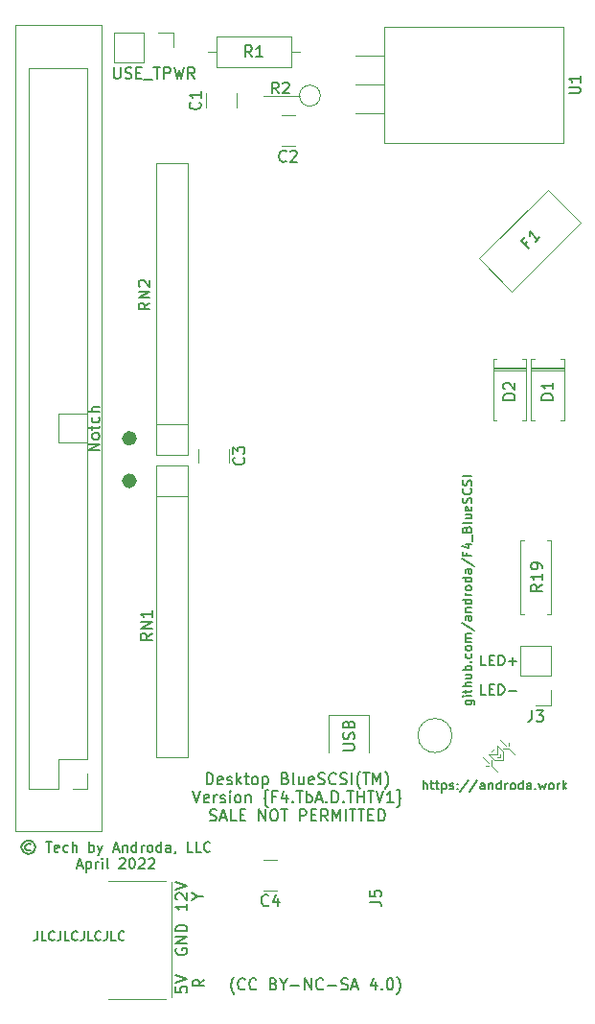
<source format=gbr>
%TF.GenerationSoftware,KiCad,Pcbnew,(6.0.2)*%
%TF.CreationDate,2022-04-05T14:05:54-06:00*%
%TF.ProjectId,F4_THTV1,46345f54-4854-4563-912e-6b696361645f,rev?*%
%TF.SameCoordinates,Original*%
%TF.FileFunction,Legend,Top*%
%TF.FilePolarity,Positive*%
%FSLAX46Y46*%
G04 Gerber Fmt 4.6, Leading zero omitted, Abs format (unit mm)*
G04 Created by KiCad (PCBNEW (6.0.2)) date 2022-04-05 14:05:54*
%MOMM*%
%LPD*%
G01*
G04 APERTURE LIST*
%ADD10C,0.650000*%
%ADD11C,0.150000*%
%ADD12C,0.120000*%
G04 APERTURE END LIST*
D10*
X115554760Y-101800660D02*
G75*
G03*
X115554760Y-101800660I-317500J0D01*
G01*
X115554760Y-105547160D02*
G75*
G03*
X115554760Y-105547160I-317500J0D01*
G01*
D11*
X146755785Y-124422642D02*
X146327214Y-124422642D01*
X146327214Y-123522642D01*
X147055785Y-123951214D02*
X147355785Y-123951214D01*
X147484357Y-124422642D02*
X147055785Y-124422642D01*
X147055785Y-123522642D01*
X147484357Y-123522642D01*
X147870071Y-124422642D02*
X147870071Y-123522642D01*
X148084357Y-123522642D01*
X148212928Y-123565500D01*
X148298642Y-123651214D01*
X148341500Y-123736928D01*
X148384357Y-123908357D01*
X148384357Y-124036928D01*
X148341500Y-124208357D01*
X148298642Y-124294071D01*
X148212928Y-124379785D01*
X148084357Y-124422642D01*
X147870071Y-124422642D01*
X148770071Y-124079785D02*
X149455785Y-124079785D01*
X124499523Y-150823333D02*
X124451904Y-150775714D01*
X124356666Y-150632857D01*
X124309047Y-150537619D01*
X124261428Y-150394761D01*
X124213809Y-150156666D01*
X124213809Y-149966190D01*
X124261428Y-149728095D01*
X124309047Y-149585238D01*
X124356666Y-149490000D01*
X124451904Y-149347142D01*
X124499523Y-149299523D01*
X125451904Y-150347142D02*
X125404285Y-150394761D01*
X125261428Y-150442380D01*
X125166190Y-150442380D01*
X125023333Y-150394761D01*
X124928095Y-150299523D01*
X124880476Y-150204285D01*
X124832857Y-150013809D01*
X124832857Y-149870952D01*
X124880476Y-149680476D01*
X124928095Y-149585238D01*
X125023333Y-149490000D01*
X125166190Y-149442380D01*
X125261428Y-149442380D01*
X125404285Y-149490000D01*
X125451904Y-149537619D01*
X126451904Y-150347142D02*
X126404285Y-150394761D01*
X126261428Y-150442380D01*
X126166190Y-150442380D01*
X126023333Y-150394761D01*
X125928095Y-150299523D01*
X125880476Y-150204285D01*
X125832857Y-150013809D01*
X125832857Y-149870952D01*
X125880476Y-149680476D01*
X125928095Y-149585238D01*
X126023333Y-149490000D01*
X126166190Y-149442380D01*
X126261428Y-149442380D01*
X126404285Y-149490000D01*
X126451904Y-149537619D01*
X127975714Y-149918571D02*
X128118571Y-149966190D01*
X128166190Y-150013809D01*
X128213809Y-150109047D01*
X128213809Y-150251904D01*
X128166190Y-150347142D01*
X128118571Y-150394761D01*
X128023333Y-150442380D01*
X127642380Y-150442380D01*
X127642380Y-149442380D01*
X127975714Y-149442380D01*
X128070952Y-149490000D01*
X128118571Y-149537619D01*
X128166190Y-149632857D01*
X128166190Y-149728095D01*
X128118571Y-149823333D01*
X128070952Y-149870952D01*
X127975714Y-149918571D01*
X127642380Y-149918571D01*
X128832857Y-149966190D02*
X128832857Y-150442380D01*
X128499523Y-149442380D02*
X128832857Y-149966190D01*
X129166190Y-149442380D01*
X129499523Y-150061428D02*
X130261428Y-150061428D01*
X130737619Y-150442380D02*
X130737619Y-149442380D01*
X131309047Y-150442380D01*
X131309047Y-149442380D01*
X132356666Y-150347142D02*
X132309047Y-150394761D01*
X132166190Y-150442380D01*
X132070952Y-150442380D01*
X131928095Y-150394761D01*
X131832857Y-150299523D01*
X131785238Y-150204285D01*
X131737619Y-150013809D01*
X131737619Y-149870952D01*
X131785238Y-149680476D01*
X131832857Y-149585238D01*
X131928095Y-149490000D01*
X132070952Y-149442380D01*
X132166190Y-149442380D01*
X132309047Y-149490000D01*
X132356666Y-149537619D01*
X132785238Y-150061428D02*
X133547142Y-150061428D01*
X133975714Y-150394761D02*
X134118571Y-150442380D01*
X134356666Y-150442380D01*
X134451904Y-150394761D01*
X134499523Y-150347142D01*
X134547142Y-150251904D01*
X134547142Y-150156666D01*
X134499523Y-150061428D01*
X134451904Y-150013809D01*
X134356666Y-149966190D01*
X134166190Y-149918571D01*
X134070952Y-149870952D01*
X134023333Y-149823333D01*
X133975714Y-149728095D01*
X133975714Y-149632857D01*
X134023333Y-149537619D01*
X134070952Y-149490000D01*
X134166190Y-149442380D01*
X134404285Y-149442380D01*
X134547142Y-149490000D01*
X134928095Y-150156666D02*
X135404285Y-150156666D01*
X134832857Y-150442380D02*
X135166190Y-149442380D01*
X135499523Y-150442380D01*
X137023333Y-149775714D02*
X137023333Y-150442380D01*
X136785238Y-149394761D02*
X136547142Y-150109047D01*
X137166190Y-150109047D01*
X137547142Y-150347142D02*
X137594761Y-150394761D01*
X137547142Y-150442380D01*
X137499523Y-150394761D01*
X137547142Y-150347142D01*
X137547142Y-150442380D01*
X138213809Y-149442380D02*
X138309047Y-149442380D01*
X138404285Y-149490000D01*
X138451904Y-149537619D01*
X138499523Y-149632857D01*
X138547142Y-149823333D01*
X138547142Y-150061428D01*
X138499523Y-150251904D01*
X138451904Y-150347142D01*
X138404285Y-150394761D01*
X138309047Y-150442380D01*
X138213809Y-150442380D01*
X138118571Y-150394761D01*
X138070952Y-150347142D01*
X138023333Y-150251904D01*
X137975714Y-150061428D01*
X137975714Y-149823333D01*
X138023333Y-149632857D01*
X138070952Y-149537619D01*
X138118571Y-149490000D01*
X138213809Y-149442380D01*
X138880476Y-150823333D02*
X138928095Y-150775714D01*
X139023333Y-150632857D01*
X139070952Y-150537619D01*
X139118571Y-150394761D01*
X139166190Y-150156666D01*
X139166190Y-149966190D01*
X139118571Y-149728095D01*
X139070952Y-149585238D01*
X139023333Y-149490000D01*
X138928095Y-149347142D01*
X138880476Y-149299523D01*
X122066190Y-132322380D02*
X122066190Y-131322380D01*
X122304285Y-131322380D01*
X122447142Y-131370000D01*
X122542380Y-131465238D01*
X122590000Y-131560476D01*
X122637619Y-131750952D01*
X122637619Y-131893809D01*
X122590000Y-132084285D01*
X122542380Y-132179523D01*
X122447142Y-132274761D01*
X122304285Y-132322380D01*
X122066190Y-132322380D01*
X123447142Y-132274761D02*
X123351904Y-132322380D01*
X123161428Y-132322380D01*
X123066190Y-132274761D01*
X123018571Y-132179523D01*
X123018571Y-131798571D01*
X123066190Y-131703333D01*
X123161428Y-131655714D01*
X123351904Y-131655714D01*
X123447142Y-131703333D01*
X123494761Y-131798571D01*
X123494761Y-131893809D01*
X123018571Y-131989047D01*
X123875714Y-132274761D02*
X123970952Y-132322380D01*
X124161428Y-132322380D01*
X124256666Y-132274761D01*
X124304285Y-132179523D01*
X124304285Y-132131904D01*
X124256666Y-132036666D01*
X124161428Y-131989047D01*
X124018571Y-131989047D01*
X123923333Y-131941428D01*
X123875714Y-131846190D01*
X123875714Y-131798571D01*
X123923333Y-131703333D01*
X124018571Y-131655714D01*
X124161428Y-131655714D01*
X124256666Y-131703333D01*
X124732857Y-132322380D02*
X124732857Y-131322380D01*
X124828095Y-131941428D02*
X125113809Y-132322380D01*
X125113809Y-131655714D02*
X124732857Y-132036666D01*
X125399523Y-131655714D02*
X125780476Y-131655714D01*
X125542380Y-131322380D02*
X125542380Y-132179523D01*
X125590000Y-132274761D01*
X125685238Y-132322380D01*
X125780476Y-132322380D01*
X126256666Y-132322380D02*
X126161428Y-132274761D01*
X126113809Y-132227142D01*
X126066190Y-132131904D01*
X126066190Y-131846190D01*
X126113809Y-131750952D01*
X126161428Y-131703333D01*
X126256666Y-131655714D01*
X126399523Y-131655714D01*
X126494761Y-131703333D01*
X126542380Y-131750952D01*
X126590000Y-131846190D01*
X126590000Y-132131904D01*
X126542380Y-132227142D01*
X126494761Y-132274761D01*
X126399523Y-132322380D01*
X126256666Y-132322380D01*
X127018571Y-131655714D02*
X127018571Y-132655714D01*
X127018571Y-131703333D02*
X127113809Y-131655714D01*
X127304285Y-131655714D01*
X127399523Y-131703333D01*
X127447142Y-131750952D01*
X127494761Y-131846190D01*
X127494761Y-132131904D01*
X127447142Y-132227142D01*
X127399523Y-132274761D01*
X127304285Y-132322380D01*
X127113809Y-132322380D01*
X127018571Y-132274761D01*
X129018571Y-131798571D02*
X129161428Y-131846190D01*
X129209047Y-131893809D01*
X129256666Y-131989047D01*
X129256666Y-132131904D01*
X129209047Y-132227142D01*
X129161428Y-132274761D01*
X129066190Y-132322380D01*
X128685238Y-132322380D01*
X128685238Y-131322380D01*
X129018571Y-131322380D01*
X129113809Y-131370000D01*
X129161428Y-131417619D01*
X129209047Y-131512857D01*
X129209047Y-131608095D01*
X129161428Y-131703333D01*
X129113809Y-131750952D01*
X129018571Y-131798571D01*
X128685238Y-131798571D01*
X129828095Y-132322380D02*
X129732857Y-132274761D01*
X129685238Y-132179523D01*
X129685238Y-131322380D01*
X130637619Y-131655714D02*
X130637619Y-132322380D01*
X130209047Y-131655714D02*
X130209047Y-132179523D01*
X130256666Y-132274761D01*
X130351904Y-132322380D01*
X130494761Y-132322380D01*
X130590000Y-132274761D01*
X130637619Y-132227142D01*
X131494761Y-132274761D02*
X131399523Y-132322380D01*
X131209047Y-132322380D01*
X131113809Y-132274761D01*
X131066190Y-132179523D01*
X131066190Y-131798571D01*
X131113809Y-131703333D01*
X131209047Y-131655714D01*
X131399523Y-131655714D01*
X131494761Y-131703333D01*
X131542380Y-131798571D01*
X131542380Y-131893809D01*
X131066190Y-131989047D01*
X131923333Y-132274761D02*
X132066190Y-132322380D01*
X132304285Y-132322380D01*
X132399523Y-132274761D01*
X132447142Y-132227142D01*
X132494761Y-132131904D01*
X132494761Y-132036666D01*
X132447142Y-131941428D01*
X132399523Y-131893809D01*
X132304285Y-131846190D01*
X132113809Y-131798571D01*
X132018571Y-131750952D01*
X131970952Y-131703333D01*
X131923333Y-131608095D01*
X131923333Y-131512857D01*
X131970952Y-131417619D01*
X132018571Y-131370000D01*
X132113809Y-131322380D01*
X132351904Y-131322380D01*
X132494761Y-131370000D01*
X133494761Y-132227142D02*
X133447142Y-132274761D01*
X133304285Y-132322380D01*
X133209047Y-132322380D01*
X133066190Y-132274761D01*
X132970952Y-132179523D01*
X132923333Y-132084285D01*
X132875714Y-131893809D01*
X132875714Y-131750952D01*
X132923333Y-131560476D01*
X132970952Y-131465238D01*
X133066190Y-131370000D01*
X133209047Y-131322380D01*
X133304285Y-131322380D01*
X133447142Y-131370000D01*
X133494761Y-131417619D01*
X133875714Y-132274761D02*
X134018571Y-132322380D01*
X134256666Y-132322380D01*
X134351904Y-132274761D01*
X134399523Y-132227142D01*
X134447142Y-132131904D01*
X134447142Y-132036666D01*
X134399523Y-131941428D01*
X134351904Y-131893809D01*
X134256666Y-131846190D01*
X134066190Y-131798571D01*
X133970952Y-131750952D01*
X133923333Y-131703333D01*
X133875714Y-131608095D01*
X133875714Y-131512857D01*
X133923333Y-131417619D01*
X133970952Y-131370000D01*
X134066190Y-131322380D01*
X134304285Y-131322380D01*
X134447142Y-131370000D01*
X134875714Y-132322380D02*
X134875714Y-131322380D01*
X135637619Y-132703333D02*
X135590000Y-132655714D01*
X135494761Y-132512857D01*
X135447142Y-132417619D01*
X135399523Y-132274761D01*
X135351904Y-132036666D01*
X135351904Y-131846190D01*
X135399523Y-131608095D01*
X135447142Y-131465238D01*
X135494761Y-131370000D01*
X135590000Y-131227142D01*
X135637619Y-131179523D01*
X135875714Y-131322380D02*
X136447142Y-131322380D01*
X136161428Y-132322380D02*
X136161428Y-131322380D01*
X136780476Y-132322380D02*
X136780476Y-131322380D01*
X137113809Y-132036666D01*
X137447142Y-131322380D01*
X137447142Y-132322380D01*
X137828095Y-132703333D02*
X137875714Y-132655714D01*
X137970952Y-132512857D01*
X138018571Y-132417619D01*
X138066190Y-132274761D01*
X138113809Y-132036666D01*
X138113809Y-131846190D01*
X138066190Y-131608095D01*
X138018571Y-131465238D01*
X137970952Y-131370000D01*
X137875714Y-131227142D01*
X137828095Y-131179523D01*
X120851904Y-132932380D02*
X121185238Y-133932380D01*
X121518571Y-132932380D01*
X122232857Y-133884761D02*
X122137619Y-133932380D01*
X121947142Y-133932380D01*
X121851904Y-133884761D01*
X121804285Y-133789523D01*
X121804285Y-133408571D01*
X121851904Y-133313333D01*
X121947142Y-133265714D01*
X122137619Y-133265714D01*
X122232857Y-133313333D01*
X122280476Y-133408571D01*
X122280476Y-133503809D01*
X121804285Y-133599047D01*
X122709047Y-133932380D02*
X122709047Y-133265714D01*
X122709047Y-133456190D02*
X122756666Y-133360952D01*
X122804285Y-133313333D01*
X122899523Y-133265714D01*
X122994761Y-133265714D01*
X123280476Y-133884761D02*
X123375714Y-133932380D01*
X123566190Y-133932380D01*
X123661428Y-133884761D01*
X123709047Y-133789523D01*
X123709047Y-133741904D01*
X123661428Y-133646666D01*
X123566190Y-133599047D01*
X123423333Y-133599047D01*
X123328095Y-133551428D01*
X123280476Y-133456190D01*
X123280476Y-133408571D01*
X123328095Y-133313333D01*
X123423333Y-133265714D01*
X123566190Y-133265714D01*
X123661428Y-133313333D01*
X124137619Y-133932380D02*
X124137619Y-133265714D01*
X124137619Y-132932380D02*
X124089999Y-132980000D01*
X124137619Y-133027619D01*
X124185238Y-132980000D01*
X124137619Y-132932380D01*
X124137619Y-133027619D01*
X124756666Y-133932380D02*
X124661428Y-133884761D01*
X124613809Y-133837142D01*
X124566190Y-133741904D01*
X124566190Y-133456190D01*
X124613809Y-133360952D01*
X124661428Y-133313333D01*
X124756666Y-133265714D01*
X124899523Y-133265714D01*
X124994761Y-133313333D01*
X125042380Y-133360952D01*
X125089999Y-133456190D01*
X125089999Y-133741904D01*
X125042380Y-133837142D01*
X124994761Y-133884761D01*
X124899523Y-133932380D01*
X124756666Y-133932380D01*
X125518571Y-133265714D02*
X125518571Y-133932380D01*
X125518571Y-133360952D02*
X125566190Y-133313333D01*
X125661428Y-133265714D01*
X125804285Y-133265714D01*
X125899523Y-133313333D01*
X125947142Y-133408571D01*
X125947142Y-133932380D01*
X127470952Y-134313333D02*
X127423333Y-134313333D01*
X127328095Y-134265714D01*
X127280476Y-134170476D01*
X127280476Y-133694285D01*
X127232857Y-133599047D01*
X127137619Y-133551428D01*
X127232857Y-133503809D01*
X127280476Y-133408571D01*
X127280476Y-132932380D01*
X127328095Y-132837142D01*
X127423333Y-132789523D01*
X127470952Y-132789523D01*
X128185238Y-133408571D02*
X127851904Y-133408571D01*
X127851904Y-133932380D02*
X127851904Y-132932380D01*
X128328095Y-132932380D01*
X129137619Y-133265714D02*
X129137619Y-133932380D01*
X128899523Y-132884761D02*
X128661428Y-133599047D01*
X129280476Y-133599047D01*
X129661428Y-133837142D02*
X129709047Y-133884761D01*
X129661428Y-133932380D01*
X129613809Y-133884761D01*
X129661428Y-133837142D01*
X129661428Y-133932380D01*
X129994761Y-132932380D02*
X130566190Y-132932380D01*
X130280476Y-133932380D02*
X130280476Y-132932380D01*
X130899523Y-133932380D02*
X130899523Y-132932380D01*
X130899523Y-133313333D02*
X130994761Y-133265714D01*
X131185238Y-133265714D01*
X131280476Y-133313333D01*
X131328095Y-133360952D01*
X131375714Y-133456190D01*
X131375714Y-133741904D01*
X131328095Y-133837142D01*
X131280476Y-133884761D01*
X131185238Y-133932380D01*
X130994761Y-133932380D01*
X130899523Y-133884761D01*
X131756666Y-133646666D02*
X132232857Y-133646666D01*
X131661428Y-133932380D02*
X131994761Y-132932380D01*
X132328095Y-133932380D01*
X132661428Y-133837142D02*
X132709047Y-133884761D01*
X132661428Y-133932380D01*
X132613809Y-133884761D01*
X132661428Y-133837142D01*
X132661428Y-133932380D01*
X133137619Y-133932380D02*
X133137619Y-132932380D01*
X133375714Y-132932380D01*
X133518571Y-132980000D01*
X133613809Y-133075238D01*
X133661428Y-133170476D01*
X133709047Y-133360952D01*
X133709047Y-133503809D01*
X133661428Y-133694285D01*
X133613809Y-133789523D01*
X133518571Y-133884761D01*
X133375714Y-133932380D01*
X133137619Y-133932380D01*
X134137619Y-133837142D02*
X134185238Y-133884761D01*
X134137619Y-133932380D01*
X134089999Y-133884761D01*
X134137619Y-133837142D01*
X134137619Y-133932380D01*
X134470952Y-132932380D02*
X135042380Y-132932380D01*
X134756666Y-133932380D02*
X134756666Y-132932380D01*
X135375714Y-133932380D02*
X135375714Y-132932380D01*
X135375714Y-133408571D02*
X135947142Y-133408571D01*
X135947142Y-133932380D02*
X135947142Y-132932380D01*
X136280476Y-132932380D02*
X136851904Y-132932380D01*
X136566190Y-133932380D02*
X136566190Y-132932380D01*
X137042380Y-132932380D02*
X137375714Y-133932380D01*
X137709047Y-132932380D01*
X138566190Y-133932380D02*
X137994761Y-133932380D01*
X138280476Y-133932380D02*
X138280476Y-132932380D01*
X138185238Y-133075238D01*
X138090000Y-133170476D01*
X137994761Y-133218095D01*
X138899523Y-134313333D02*
X138947142Y-134313333D01*
X139042380Y-134265714D01*
X139089999Y-134170476D01*
X139089999Y-133694285D01*
X139137619Y-133599047D01*
X139232857Y-133551428D01*
X139137619Y-133503809D01*
X139089999Y-133408571D01*
X139089999Y-132932380D01*
X139042380Y-132837142D01*
X138947142Y-132789523D01*
X138899523Y-132789523D01*
X122351904Y-135494761D02*
X122494761Y-135542380D01*
X122732857Y-135542380D01*
X122828095Y-135494761D01*
X122875714Y-135447142D01*
X122923333Y-135351904D01*
X122923333Y-135256666D01*
X122875714Y-135161428D01*
X122828095Y-135113809D01*
X122732857Y-135066190D01*
X122542380Y-135018571D01*
X122447142Y-134970952D01*
X122399523Y-134923333D01*
X122351904Y-134828095D01*
X122351904Y-134732857D01*
X122399523Y-134637619D01*
X122447142Y-134590000D01*
X122542380Y-134542380D01*
X122780476Y-134542380D01*
X122923333Y-134590000D01*
X123304285Y-135256666D02*
X123780476Y-135256666D01*
X123209047Y-135542380D02*
X123542380Y-134542380D01*
X123875714Y-135542380D01*
X124685238Y-135542380D02*
X124209047Y-135542380D01*
X124209047Y-134542380D01*
X125018571Y-135018571D02*
X125351904Y-135018571D01*
X125494761Y-135542380D02*
X125018571Y-135542380D01*
X125018571Y-134542380D01*
X125494761Y-134542380D01*
X126685238Y-135542380D02*
X126685238Y-134542380D01*
X127256666Y-135542380D01*
X127256666Y-134542380D01*
X127923333Y-134542380D02*
X128113809Y-134542380D01*
X128209047Y-134590000D01*
X128304285Y-134685238D01*
X128351904Y-134875714D01*
X128351904Y-135209047D01*
X128304285Y-135399523D01*
X128209047Y-135494761D01*
X128113809Y-135542380D01*
X127923333Y-135542380D01*
X127828095Y-135494761D01*
X127732857Y-135399523D01*
X127685238Y-135209047D01*
X127685238Y-134875714D01*
X127732857Y-134685238D01*
X127828095Y-134590000D01*
X127923333Y-134542380D01*
X128637619Y-134542380D02*
X129209047Y-134542380D01*
X128923333Y-135542380D02*
X128923333Y-134542380D01*
X130304285Y-135542380D02*
X130304285Y-134542380D01*
X130685238Y-134542380D01*
X130780476Y-134590000D01*
X130828095Y-134637619D01*
X130875714Y-134732857D01*
X130875714Y-134875714D01*
X130828095Y-134970952D01*
X130780476Y-135018571D01*
X130685238Y-135066190D01*
X130304285Y-135066190D01*
X131304285Y-135018571D02*
X131637619Y-135018571D01*
X131780476Y-135542380D02*
X131304285Y-135542380D01*
X131304285Y-134542380D01*
X131780476Y-134542380D01*
X132780476Y-135542380D02*
X132447142Y-135066190D01*
X132209047Y-135542380D02*
X132209047Y-134542380D01*
X132590000Y-134542380D01*
X132685238Y-134590000D01*
X132732857Y-134637619D01*
X132780476Y-134732857D01*
X132780476Y-134875714D01*
X132732857Y-134970952D01*
X132685238Y-135018571D01*
X132590000Y-135066190D01*
X132209047Y-135066190D01*
X133209047Y-135542380D02*
X133209047Y-134542380D01*
X133542380Y-135256666D01*
X133875714Y-134542380D01*
X133875714Y-135542380D01*
X134351904Y-135542380D02*
X134351904Y-134542380D01*
X134685238Y-134542380D02*
X135256666Y-134542380D01*
X134970952Y-135542380D02*
X134970952Y-134542380D01*
X135447142Y-134542380D02*
X136018571Y-134542380D01*
X135732857Y-135542380D02*
X135732857Y-134542380D01*
X136351904Y-135018571D02*
X136685238Y-135018571D01*
X136828095Y-135542380D02*
X136351904Y-135542380D01*
X136351904Y-134542380D01*
X136828095Y-134542380D01*
X137256666Y-135542380D02*
X137256666Y-134542380D01*
X137494761Y-134542380D01*
X137637619Y-134590000D01*
X137732857Y-134685238D01*
X137780476Y-134780476D01*
X137828095Y-134970952D01*
X137828095Y-135113809D01*
X137780476Y-135304285D01*
X137732857Y-135399523D01*
X137637619Y-135494761D01*
X137494761Y-135542380D01*
X137256666Y-135542380D01*
X141205738Y-132759404D02*
X141205738Y-131959404D01*
X141548595Y-132759404D02*
X141548595Y-132340357D01*
X141510500Y-132264166D01*
X141434309Y-132226071D01*
X141320023Y-132226071D01*
X141243833Y-132264166D01*
X141205738Y-132302261D01*
X141815261Y-132226071D02*
X142120023Y-132226071D01*
X141929547Y-131959404D02*
X141929547Y-132645119D01*
X141967642Y-132721309D01*
X142043833Y-132759404D01*
X142120023Y-132759404D01*
X142272404Y-132226071D02*
X142577166Y-132226071D01*
X142386690Y-131959404D02*
X142386690Y-132645119D01*
X142424785Y-132721309D01*
X142500976Y-132759404D01*
X142577166Y-132759404D01*
X142843833Y-132226071D02*
X142843833Y-133026071D01*
X142843833Y-132264166D02*
X142920023Y-132226071D01*
X143072404Y-132226071D01*
X143148595Y-132264166D01*
X143186690Y-132302261D01*
X143224785Y-132378452D01*
X143224785Y-132607023D01*
X143186690Y-132683214D01*
X143148595Y-132721309D01*
X143072404Y-132759404D01*
X142920023Y-132759404D01*
X142843833Y-132721309D01*
X143529547Y-132721309D02*
X143605738Y-132759404D01*
X143758119Y-132759404D01*
X143834309Y-132721309D01*
X143872404Y-132645119D01*
X143872404Y-132607023D01*
X143834309Y-132530833D01*
X143758119Y-132492738D01*
X143643833Y-132492738D01*
X143567642Y-132454642D01*
X143529547Y-132378452D01*
X143529547Y-132340357D01*
X143567642Y-132264166D01*
X143643833Y-132226071D01*
X143758119Y-132226071D01*
X143834309Y-132264166D01*
X144215261Y-132683214D02*
X144253357Y-132721309D01*
X144215261Y-132759404D01*
X144177166Y-132721309D01*
X144215261Y-132683214D01*
X144215261Y-132759404D01*
X144215261Y-132264166D02*
X144253357Y-132302261D01*
X144215261Y-132340357D01*
X144177166Y-132302261D01*
X144215261Y-132264166D01*
X144215261Y-132340357D01*
X145167642Y-131921309D02*
X144481928Y-132949880D01*
X146005738Y-131921309D02*
X145320023Y-132949880D01*
X146615261Y-132759404D02*
X146615261Y-132340357D01*
X146577166Y-132264166D01*
X146500976Y-132226071D01*
X146348595Y-132226071D01*
X146272404Y-132264166D01*
X146615261Y-132721309D02*
X146539071Y-132759404D01*
X146348595Y-132759404D01*
X146272404Y-132721309D01*
X146234309Y-132645119D01*
X146234309Y-132568928D01*
X146272404Y-132492738D01*
X146348595Y-132454642D01*
X146539071Y-132454642D01*
X146615261Y-132416547D01*
X146996214Y-132226071D02*
X146996214Y-132759404D01*
X146996214Y-132302261D02*
X147034309Y-132264166D01*
X147110500Y-132226071D01*
X147224785Y-132226071D01*
X147300976Y-132264166D01*
X147339071Y-132340357D01*
X147339071Y-132759404D01*
X148062880Y-132759404D02*
X148062880Y-131959404D01*
X148062880Y-132721309D02*
X147986690Y-132759404D01*
X147834309Y-132759404D01*
X147758119Y-132721309D01*
X147720023Y-132683214D01*
X147681928Y-132607023D01*
X147681928Y-132378452D01*
X147720023Y-132302261D01*
X147758119Y-132264166D01*
X147834309Y-132226071D01*
X147986690Y-132226071D01*
X148062880Y-132264166D01*
X148443833Y-132759404D02*
X148443833Y-132226071D01*
X148443833Y-132378452D02*
X148481928Y-132302261D01*
X148520023Y-132264166D01*
X148596214Y-132226071D01*
X148672404Y-132226071D01*
X149053357Y-132759404D02*
X148977166Y-132721309D01*
X148939071Y-132683214D01*
X148900976Y-132607023D01*
X148900976Y-132378452D01*
X148939071Y-132302261D01*
X148977166Y-132264166D01*
X149053357Y-132226071D01*
X149167642Y-132226071D01*
X149243833Y-132264166D01*
X149281928Y-132302261D01*
X149320023Y-132378452D01*
X149320023Y-132607023D01*
X149281928Y-132683214D01*
X149243833Y-132721309D01*
X149167642Y-132759404D01*
X149053357Y-132759404D01*
X150005738Y-132759404D02*
X150005738Y-131959404D01*
X150005738Y-132721309D02*
X149929547Y-132759404D01*
X149777166Y-132759404D01*
X149700976Y-132721309D01*
X149662880Y-132683214D01*
X149624785Y-132607023D01*
X149624785Y-132378452D01*
X149662880Y-132302261D01*
X149700976Y-132264166D01*
X149777166Y-132226071D01*
X149929547Y-132226071D01*
X150005738Y-132264166D01*
X150729547Y-132759404D02*
X150729547Y-132340357D01*
X150691452Y-132264166D01*
X150615261Y-132226071D01*
X150462880Y-132226071D01*
X150386690Y-132264166D01*
X150729547Y-132721309D02*
X150653357Y-132759404D01*
X150462880Y-132759404D01*
X150386690Y-132721309D01*
X150348595Y-132645119D01*
X150348595Y-132568928D01*
X150386690Y-132492738D01*
X150462880Y-132454642D01*
X150653357Y-132454642D01*
X150729547Y-132416547D01*
X151110500Y-132683214D02*
X151148595Y-132721309D01*
X151110500Y-132759404D01*
X151072404Y-132721309D01*
X151110500Y-132683214D01*
X151110500Y-132759404D01*
X151415261Y-132226071D02*
X151567642Y-132759404D01*
X151720023Y-132378452D01*
X151872404Y-132759404D01*
X152024785Y-132226071D01*
X152443833Y-132759404D02*
X152367642Y-132721309D01*
X152329547Y-132683214D01*
X152291452Y-132607023D01*
X152291452Y-132378452D01*
X152329547Y-132302261D01*
X152367642Y-132264166D01*
X152443833Y-132226071D01*
X152558119Y-132226071D01*
X152634309Y-132264166D01*
X152672404Y-132302261D01*
X152710500Y-132378452D01*
X152710500Y-132607023D01*
X152672404Y-132683214D01*
X152634309Y-132721309D01*
X152558119Y-132759404D01*
X152443833Y-132759404D01*
X153053357Y-132759404D02*
X153053357Y-132226071D01*
X153053357Y-132378452D02*
X153091452Y-132302261D01*
X153129547Y-132264166D01*
X153205738Y-132226071D01*
X153281928Y-132226071D01*
X153548595Y-132759404D02*
X153548595Y-131959404D01*
X153624785Y-132454642D02*
X153853357Y-132759404D01*
X153853357Y-132226071D02*
X153548595Y-132530833D01*
X106481714Y-137617428D02*
X106395999Y-137574571D01*
X106224571Y-137574571D01*
X106138857Y-137617428D01*
X106053142Y-137703142D01*
X106010285Y-137788857D01*
X106010285Y-137960285D01*
X106053142Y-138046000D01*
X106138857Y-138131714D01*
X106224571Y-138174571D01*
X106395999Y-138174571D01*
X106481714Y-138131714D01*
X106310285Y-137274571D02*
X106095999Y-137317428D01*
X105881714Y-137446000D01*
X105753142Y-137660285D01*
X105710285Y-137874571D01*
X105753142Y-138088857D01*
X105881714Y-138303142D01*
X106095999Y-138431714D01*
X106310285Y-138474571D01*
X106524571Y-138431714D01*
X106738857Y-138303142D01*
X106867428Y-138088857D01*
X106910285Y-137874571D01*
X106867428Y-137660285D01*
X106738857Y-137446000D01*
X106524571Y-137317428D01*
X106310285Y-137274571D01*
X107853142Y-137403142D02*
X108367428Y-137403142D01*
X108110285Y-138303142D02*
X108110285Y-137403142D01*
X109010285Y-138260285D02*
X108924571Y-138303142D01*
X108753142Y-138303142D01*
X108667428Y-138260285D01*
X108624571Y-138174571D01*
X108624571Y-137831714D01*
X108667428Y-137746000D01*
X108753142Y-137703142D01*
X108924571Y-137703142D01*
X109010285Y-137746000D01*
X109053142Y-137831714D01*
X109053142Y-137917428D01*
X108624571Y-138003142D01*
X109824571Y-138260285D02*
X109738857Y-138303142D01*
X109567428Y-138303142D01*
X109481714Y-138260285D01*
X109438857Y-138217428D01*
X109395999Y-138131714D01*
X109395999Y-137874571D01*
X109438857Y-137788857D01*
X109481714Y-137746000D01*
X109567428Y-137703142D01*
X109738857Y-137703142D01*
X109824571Y-137746000D01*
X110210285Y-138303142D02*
X110210285Y-137403142D01*
X110595999Y-138303142D02*
X110595999Y-137831714D01*
X110553142Y-137746000D01*
X110467428Y-137703142D01*
X110338857Y-137703142D01*
X110253142Y-137746000D01*
X110210285Y-137788857D01*
X111710285Y-138303142D02*
X111710285Y-137403142D01*
X111710285Y-137746000D02*
X111795999Y-137703142D01*
X111967428Y-137703142D01*
X112053142Y-137746000D01*
X112095999Y-137788857D01*
X112138857Y-137874571D01*
X112138857Y-138131714D01*
X112095999Y-138217428D01*
X112053142Y-138260285D01*
X111967428Y-138303142D01*
X111795999Y-138303142D01*
X111710285Y-138260285D01*
X112438857Y-137703142D02*
X112653142Y-138303142D01*
X112867428Y-137703142D02*
X112653142Y-138303142D01*
X112567428Y-138517428D01*
X112524571Y-138560285D01*
X112438857Y-138603142D01*
X113853142Y-138046000D02*
X114281714Y-138046000D01*
X113767428Y-138303142D02*
X114067428Y-137403142D01*
X114367428Y-138303142D01*
X114667428Y-137703142D02*
X114667428Y-138303142D01*
X114667428Y-137788857D02*
X114710285Y-137746000D01*
X114795999Y-137703142D01*
X114924571Y-137703142D01*
X115010285Y-137746000D01*
X115053142Y-137831714D01*
X115053142Y-138303142D01*
X115867428Y-138303142D02*
X115867428Y-137403142D01*
X115867428Y-138260285D02*
X115781714Y-138303142D01*
X115610285Y-138303142D01*
X115524571Y-138260285D01*
X115481714Y-138217428D01*
X115438857Y-138131714D01*
X115438857Y-137874571D01*
X115481714Y-137788857D01*
X115524571Y-137746000D01*
X115610285Y-137703142D01*
X115781714Y-137703142D01*
X115867428Y-137746000D01*
X116295999Y-138303142D02*
X116295999Y-137703142D01*
X116295999Y-137874571D02*
X116338857Y-137788857D01*
X116381714Y-137746000D01*
X116467428Y-137703142D01*
X116553142Y-137703142D01*
X116981714Y-138303142D02*
X116895999Y-138260285D01*
X116853142Y-138217428D01*
X116810285Y-138131714D01*
X116810285Y-137874571D01*
X116853142Y-137788857D01*
X116895999Y-137746000D01*
X116981714Y-137703142D01*
X117110285Y-137703142D01*
X117195999Y-137746000D01*
X117238857Y-137788857D01*
X117281714Y-137874571D01*
X117281714Y-138131714D01*
X117238857Y-138217428D01*
X117195999Y-138260285D01*
X117110285Y-138303142D01*
X116981714Y-138303142D01*
X118053142Y-138303142D02*
X118053142Y-137403142D01*
X118053142Y-138260285D02*
X117967428Y-138303142D01*
X117795999Y-138303142D01*
X117710285Y-138260285D01*
X117667428Y-138217428D01*
X117624571Y-138131714D01*
X117624571Y-137874571D01*
X117667428Y-137788857D01*
X117710285Y-137746000D01*
X117795999Y-137703142D01*
X117967428Y-137703142D01*
X118053142Y-137746000D01*
X118867428Y-138303142D02*
X118867428Y-137831714D01*
X118824571Y-137746000D01*
X118738857Y-137703142D01*
X118567428Y-137703142D01*
X118481714Y-137746000D01*
X118867428Y-138260285D02*
X118781714Y-138303142D01*
X118567428Y-138303142D01*
X118481714Y-138260285D01*
X118438857Y-138174571D01*
X118438857Y-138088857D01*
X118481714Y-138003142D01*
X118567428Y-137960285D01*
X118781714Y-137960285D01*
X118867428Y-137917428D01*
X119338857Y-138260285D02*
X119338857Y-138303142D01*
X119295999Y-138388857D01*
X119253142Y-138431714D01*
X120838857Y-138303142D02*
X120410285Y-138303142D01*
X120410285Y-137403142D01*
X121567428Y-138303142D02*
X121138857Y-138303142D01*
X121138857Y-137403142D01*
X122381714Y-138217428D02*
X122338857Y-138260285D01*
X122210285Y-138303142D01*
X122124571Y-138303142D01*
X121996000Y-138260285D01*
X121910285Y-138174571D01*
X121867428Y-138088857D01*
X121824571Y-137917428D01*
X121824571Y-137788857D01*
X121867428Y-137617428D01*
X121910285Y-137531714D01*
X121996000Y-137446000D01*
X122124571Y-137403142D01*
X122210285Y-137403142D01*
X122338857Y-137446000D01*
X122381714Y-137488857D01*
X110638857Y-139495000D02*
X111067428Y-139495000D01*
X110553142Y-139752142D02*
X110853142Y-138852142D01*
X111153142Y-139752142D01*
X111453142Y-139152142D02*
X111453142Y-140052142D01*
X111453142Y-139195000D02*
X111538857Y-139152142D01*
X111710285Y-139152142D01*
X111796000Y-139195000D01*
X111838857Y-139237857D01*
X111881714Y-139323571D01*
X111881714Y-139580714D01*
X111838857Y-139666428D01*
X111796000Y-139709285D01*
X111710285Y-139752142D01*
X111538857Y-139752142D01*
X111453142Y-139709285D01*
X112267428Y-139752142D02*
X112267428Y-139152142D01*
X112267428Y-139323571D02*
X112310285Y-139237857D01*
X112353142Y-139195000D01*
X112438857Y-139152142D01*
X112524571Y-139152142D01*
X112824571Y-139752142D02*
X112824571Y-139152142D01*
X112824571Y-138852142D02*
X112781714Y-138895000D01*
X112824571Y-138937857D01*
X112867428Y-138895000D01*
X112824571Y-138852142D01*
X112824571Y-138937857D01*
X113381714Y-139752142D02*
X113296000Y-139709285D01*
X113253142Y-139623571D01*
X113253142Y-138852142D01*
X114367428Y-138937857D02*
X114410285Y-138895000D01*
X114496000Y-138852142D01*
X114710285Y-138852142D01*
X114796000Y-138895000D01*
X114838857Y-138937857D01*
X114881714Y-139023571D01*
X114881714Y-139109285D01*
X114838857Y-139237857D01*
X114324571Y-139752142D01*
X114881714Y-139752142D01*
X115438857Y-138852142D02*
X115524571Y-138852142D01*
X115610285Y-138895000D01*
X115653142Y-138937857D01*
X115696000Y-139023571D01*
X115738857Y-139195000D01*
X115738857Y-139409285D01*
X115696000Y-139580714D01*
X115653142Y-139666428D01*
X115610285Y-139709285D01*
X115524571Y-139752142D01*
X115438857Y-139752142D01*
X115353142Y-139709285D01*
X115310285Y-139666428D01*
X115267428Y-139580714D01*
X115224571Y-139409285D01*
X115224571Y-139195000D01*
X115267428Y-139023571D01*
X115310285Y-138937857D01*
X115353142Y-138895000D01*
X115438857Y-138852142D01*
X116081714Y-138937857D02*
X116124571Y-138895000D01*
X116210285Y-138852142D01*
X116424571Y-138852142D01*
X116510285Y-138895000D01*
X116553142Y-138937857D01*
X116596000Y-139023571D01*
X116596000Y-139109285D01*
X116553142Y-139237857D01*
X116038857Y-139752142D01*
X116596000Y-139752142D01*
X116938857Y-138937857D02*
X116981714Y-138895000D01*
X117067428Y-138852142D01*
X117281714Y-138852142D01*
X117367428Y-138895000D01*
X117410285Y-138937857D01*
X117453142Y-139023571D01*
X117453142Y-139109285D01*
X117410285Y-139237857D01*
X116896000Y-139752142D01*
X117453142Y-139752142D01*
X113868960Y-69061080D02*
X113868960Y-69870604D01*
X113916580Y-69965842D01*
X113964199Y-70013461D01*
X114059437Y-70061080D01*
X114249913Y-70061080D01*
X114345151Y-70013461D01*
X114392770Y-69965842D01*
X114440389Y-69870604D01*
X114440389Y-69061080D01*
X114868960Y-70013461D02*
X115011818Y-70061080D01*
X115249913Y-70061080D01*
X115345151Y-70013461D01*
X115392770Y-69965842D01*
X115440389Y-69870604D01*
X115440389Y-69775366D01*
X115392770Y-69680128D01*
X115345151Y-69632509D01*
X115249913Y-69584890D01*
X115059437Y-69537271D01*
X114964199Y-69489652D01*
X114916580Y-69442033D01*
X114868960Y-69346795D01*
X114868960Y-69251557D01*
X114916580Y-69156319D01*
X114964199Y-69108700D01*
X115059437Y-69061080D01*
X115297532Y-69061080D01*
X115440389Y-69108700D01*
X115868960Y-69537271D02*
X116202294Y-69537271D01*
X116345151Y-70061080D02*
X115868960Y-70061080D01*
X115868960Y-69061080D01*
X116345151Y-69061080D01*
X116535627Y-70156319D02*
X117297532Y-70156319D01*
X117392770Y-69061080D02*
X117964199Y-69061080D01*
X117678484Y-70061080D02*
X117678484Y-69061080D01*
X118297532Y-70061080D02*
X118297532Y-69061080D01*
X118678484Y-69061080D01*
X118773722Y-69108700D01*
X118821341Y-69156319D01*
X118868960Y-69251557D01*
X118868960Y-69394414D01*
X118821341Y-69489652D01*
X118773722Y-69537271D01*
X118678484Y-69584890D01*
X118297532Y-69584890D01*
X119202294Y-69061080D02*
X119440389Y-70061080D01*
X119630865Y-69346795D01*
X119821341Y-70061080D01*
X120059437Y-69061080D01*
X121011818Y-70061080D02*
X120678484Y-69584890D01*
X120440389Y-70061080D02*
X120440389Y-69061080D01*
X120821341Y-69061080D01*
X120916580Y-69108700D01*
X120964199Y-69156319D01*
X121011818Y-69251557D01*
X121011818Y-69394414D01*
X120964199Y-69489652D01*
X120916580Y-69537271D01*
X120821341Y-69584890D01*
X120440389Y-69584890D01*
X144951471Y-124915985D02*
X145599090Y-124915985D01*
X145675280Y-124954080D01*
X145713376Y-124992176D01*
X145751471Y-125068366D01*
X145751471Y-125182652D01*
X145713376Y-125258842D01*
X145446709Y-124915985D02*
X145484804Y-124992176D01*
X145484804Y-125144557D01*
X145446709Y-125220747D01*
X145408614Y-125258842D01*
X145332423Y-125296938D01*
X145103852Y-125296938D01*
X145027661Y-125258842D01*
X144989566Y-125220747D01*
X144951471Y-125144557D01*
X144951471Y-124992176D01*
X144989566Y-124915985D01*
X145484804Y-124535033D02*
X144951471Y-124535033D01*
X144684804Y-124535033D02*
X144722900Y-124573128D01*
X144760995Y-124535033D01*
X144722900Y-124496938D01*
X144684804Y-124535033D01*
X144760995Y-124535033D01*
X144951471Y-124268366D02*
X144951471Y-123963604D01*
X144684804Y-124154080D02*
X145370519Y-124154080D01*
X145446709Y-124115985D01*
X145484804Y-124039795D01*
X145484804Y-123963604D01*
X145484804Y-123696938D02*
X144684804Y-123696938D01*
X145484804Y-123354080D02*
X145065757Y-123354080D01*
X144989566Y-123392176D01*
X144951471Y-123468366D01*
X144951471Y-123582652D01*
X144989566Y-123658842D01*
X145027661Y-123696938D01*
X144951471Y-122630271D02*
X145484804Y-122630271D01*
X144951471Y-122973128D02*
X145370519Y-122973128D01*
X145446709Y-122935033D01*
X145484804Y-122858842D01*
X145484804Y-122744557D01*
X145446709Y-122668366D01*
X145408614Y-122630271D01*
X145484804Y-122249319D02*
X144684804Y-122249319D01*
X144989566Y-122249319D02*
X144951471Y-122173128D01*
X144951471Y-122020747D01*
X144989566Y-121944557D01*
X145027661Y-121906461D01*
X145103852Y-121868366D01*
X145332423Y-121868366D01*
X145408614Y-121906461D01*
X145446709Y-121944557D01*
X145484804Y-122020747D01*
X145484804Y-122173128D01*
X145446709Y-122249319D01*
X145408614Y-121525509D02*
X145446709Y-121487414D01*
X145484804Y-121525509D01*
X145446709Y-121563604D01*
X145408614Y-121525509D01*
X145484804Y-121525509D01*
X145446709Y-120801700D02*
X145484804Y-120877890D01*
X145484804Y-121030271D01*
X145446709Y-121106461D01*
X145408614Y-121144557D01*
X145332423Y-121182652D01*
X145103852Y-121182652D01*
X145027661Y-121144557D01*
X144989566Y-121106461D01*
X144951471Y-121030271D01*
X144951471Y-120877890D01*
X144989566Y-120801700D01*
X145484804Y-120344557D02*
X145446709Y-120420747D01*
X145408614Y-120458842D01*
X145332423Y-120496938D01*
X145103852Y-120496938D01*
X145027661Y-120458842D01*
X144989566Y-120420747D01*
X144951471Y-120344557D01*
X144951471Y-120230271D01*
X144989566Y-120154080D01*
X145027661Y-120115985D01*
X145103852Y-120077890D01*
X145332423Y-120077890D01*
X145408614Y-120115985D01*
X145446709Y-120154080D01*
X145484804Y-120230271D01*
X145484804Y-120344557D01*
X145484804Y-119735033D02*
X144951471Y-119735033D01*
X145027661Y-119735033D02*
X144989566Y-119696938D01*
X144951471Y-119620747D01*
X144951471Y-119506461D01*
X144989566Y-119430271D01*
X145065757Y-119392176D01*
X145484804Y-119392176D01*
X145065757Y-119392176D02*
X144989566Y-119354080D01*
X144951471Y-119277890D01*
X144951471Y-119163604D01*
X144989566Y-119087414D01*
X145065757Y-119049319D01*
X145484804Y-119049319D01*
X144646709Y-118096938D02*
X145675280Y-118782652D01*
X145484804Y-117487414D02*
X145065757Y-117487414D01*
X144989566Y-117525509D01*
X144951471Y-117601700D01*
X144951471Y-117754080D01*
X144989566Y-117830271D01*
X145446709Y-117487414D02*
X145484804Y-117563604D01*
X145484804Y-117754080D01*
X145446709Y-117830271D01*
X145370519Y-117868366D01*
X145294328Y-117868366D01*
X145218138Y-117830271D01*
X145180042Y-117754080D01*
X145180042Y-117563604D01*
X145141947Y-117487414D01*
X144951471Y-117106461D02*
X145484804Y-117106461D01*
X145027661Y-117106461D02*
X144989566Y-117068366D01*
X144951471Y-116992176D01*
X144951471Y-116877890D01*
X144989566Y-116801700D01*
X145065757Y-116763604D01*
X145484804Y-116763604D01*
X145484804Y-116039795D02*
X144684804Y-116039795D01*
X145446709Y-116039795D02*
X145484804Y-116115985D01*
X145484804Y-116268366D01*
X145446709Y-116344557D01*
X145408614Y-116382652D01*
X145332423Y-116420747D01*
X145103852Y-116420747D01*
X145027661Y-116382652D01*
X144989566Y-116344557D01*
X144951471Y-116268366D01*
X144951471Y-116115985D01*
X144989566Y-116039795D01*
X145484804Y-115658842D02*
X144951471Y-115658842D01*
X145103852Y-115658842D02*
X145027661Y-115620747D01*
X144989566Y-115582652D01*
X144951471Y-115506461D01*
X144951471Y-115430271D01*
X145484804Y-115049319D02*
X145446709Y-115125509D01*
X145408614Y-115163604D01*
X145332423Y-115201700D01*
X145103852Y-115201700D01*
X145027661Y-115163604D01*
X144989566Y-115125509D01*
X144951471Y-115049319D01*
X144951471Y-114935033D01*
X144989566Y-114858842D01*
X145027661Y-114820747D01*
X145103852Y-114782652D01*
X145332423Y-114782652D01*
X145408614Y-114820747D01*
X145446709Y-114858842D01*
X145484804Y-114935033D01*
X145484804Y-115049319D01*
X145484804Y-114096938D02*
X144684804Y-114096938D01*
X145446709Y-114096938D02*
X145484804Y-114173128D01*
X145484804Y-114325509D01*
X145446709Y-114401700D01*
X145408614Y-114439795D01*
X145332423Y-114477890D01*
X145103852Y-114477890D01*
X145027661Y-114439795D01*
X144989566Y-114401700D01*
X144951471Y-114325509D01*
X144951471Y-114173128D01*
X144989566Y-114096938D01*
X145484804Y-113373128D02*
X145065757Y-113373128D01*
X144989566Y-113411223D01*
X144951471Y-113487414D01*
X144951471Y-113639795D01*
X144989566Y-113715985D01*
X145446709Y-113373128D02*
X145484804Y-113449319D01*
X145484804Y-113639795D01*
X145446709Y-113715985D01*
X145370519Y-113754080D01*
X145294328Y-113754080D01*
X145218138Y-113715985D01*
X145180042Y-113639795D01*
X145180042Y-113449319D01*
X145141947Y-113373128D01*
X144646709Y-112420747D02*
X145675280Y-113106461D01*
X145065757Y-111887414D02*
X145065757Y-112154080D01*
X145484804Y-112154080D02*
X144684804Y-112154080D01*
X144684804Y-111773128D01*
X144951471Y-111125509D02*
X145484804Y-111125509D01*
X144646709Y-111315985D02*
X145218138Y-111506461D01*
X145218138Y-111011223D01*
X145560995Y-110896938D02*
X145560995Y-110287414D01*
X145065757Y-109830271D02*
X145103852Y-109715985D01*
X145141947Y-109677890D01*
X145218138Y-109639795D01*
X145332423Y-109639795D01*
X145408614Y-109677890D01*
X145446709Y-109715985D01*
X145484804Y-109792176D01*
X145484804Y-110096938D01*
X144684804Y-110096938D01*
X144684804Y-109830271D01*
X144722900Y-109754080D01*
X144760995Y-109715985D01*
X144837185Y-109677890D01*
X144913376Y-109677890D01*
X144989566Y-109715985D01*
X145027661Y-109754080D01*
X145065757Y-109830271D01*
X145065757Y-110096938D01*
X145484804Y-109182652D02*
X145446709Y-109258842D01*
X145370519Y-109296938D01*
X144684804Y-109296938D01*
X144951471Y-108535033D02*
X145484804Y-108535033D01*
X144951471Y-108877890D02*
X145370519Y-108877890D01*
X145446709Y-108839795D01*
X145484804Y-108763604D01*
X145484804Y-108649319D01*
X145446709Y-108573128D01*
X145408614Y-108535033D01*
X145446709Y-107849319D02*
X145484804Y-107925509D01*
X145484804Y-108077890D01*
X145446709Y-108154080D01*
X145370519Y-108192176D01*
X145065757Y-108192176D01*
X144989566Y-108154080D01*
X144951471Y-108077890D01*
X144951471Y-107925509D01*
X144989566Y-107849319D01*
X145065757Y-107811223D01*
X145141947Y-107811223D01*
X145218138Y-108192176D01*
X145446709Y-107506461D02*
X145484804Y-107392176D01*
X145484804Y-107201700D01*
X145446709Y-107125509D01*
X145408614Y-107087414D01*
X145332423Y-107049319D01*
X145256233Y-107049319D01*
X145180042Y-107087414D01*
X145141947Y-107125509D01*
X145103852Y-107201700D01*
X145065757Y-107354080D01*
X145027661Y-107430271D01*
X144989566Y-107468366D01*
X144913376Y-107506461D01*
X144837185Y-107506461D01*
X144760995Y-107468366D01*
X144722900Y-107430271D01*
X144684804Y-107354080D01*
X144684804Y-107163604D01*
X144722900Y-107049319D01*
X145408614Y-106249319D02*
X145446709Y-106287414D01*
X145484804Y-106401700D01*
X145484804Y-106477890D01*
X145446709Y-106592176D01*
X145370519Y-106668366D01*
X145294328Y-106706461D01*
X145141947Y-106744557D01*
X145027661Y-106744557D01*
X144875280Y-106706461D01*
X144799090Y-106668366D01*
X144722900Y-106592176D01*
X144684804Y-106477890D01*
X144684804Y-106401700D01*
X144722900Y-106287414D01*
X144760995Y-106249319D01*
X145446709Y-105944557D02*
X145484804Y-105830271D01*
X145484804Y-105639795D01*
X145446709Y-105563604D01*
X145408614Y-105525509D01*
X145332423Y-105487414D01*
X145256233Y-105487414D01*
X145180042Y-105525509D01*
X145141947Y-105563604D01*
X145103852Y-105639795D01*
X145065757Y-105792176D01*
X145027661Y-105868366D01*
X144989566Y-105906461D01*
X144913376Y-105944557D01*
X144837185Y-105944557D01*
X144760995Y-105906461D01*
X144722900Y-105868366D01*
X144684804Y-105792176D01*
X144684804Y-105601700D01*
X144722900Y-105487414D01*
X145484804Y-105144557D02*
X144684804Y-105144557D01*
X107112261Y-145294404D02*
X107112261Y-145865833D01*
X107074166Y-145980119D01*
X106997976Y-146056309D01*
X106883690Y-146094404D01*
X106807500Y-146094404D01*
X107874166Y-146094404D02*
X107493214Y-146094404D01*
X107493214Y-145294404D01*
X108597976Y-146018214D02*
X108559880Y-146056309D01*
X108445595Y-146094404D01*
X108369404Y-146094404D01*
X108255119Y-146056309D01*
X108178928Y-145980119D01*
X108140833Y-145903928D01*
X108102738Y-145751547D01*
X108102738Y-145637261D01*
X108140833Y-145484880D01*
X108178928Y-145408690D01*
X108255119Y-145332500D01*
X108369404Y-145294404D01*
X108445595Y-145294404D01*
X108559880Y-145332500D01*
X108597976Y-145370595D01*
X109169404Y-145294404D02*
X109169404Y-145865833D01*
X109131309Y-145980119D01*
X109055119Y-146056309D01*
X108940833Y-146094404D01*
X108864642Y-146094404D01*
X109931309Y-146094404D02*
X109550357Y-146094404D01*
X109550357Y-145294404D01*
X110655119Y-146018214D02*
X110617023Y-146056309D01*
X110502738Y-146094404D01*
X110426547Y-146094404D01*
X110312261Y-146056309D01*
X110236071Y-145980119D01*
X110197976Y-145903928D01*
X110159880Y-145751547D01*
X110159880Y-145637261D01*
X110197976Y-145484880D01*
X110236071Y-145408690D01*
X110312261Y-145332500D01*
X110426547Y-145294404D01*
X110502738Y-145294404D01*
X110617023Y-145332500D01*
X110655119Y-145370595D01*
X111226547Y-145294404D02*
X111226547Y-145865833D01*
X111188452Y-145980119D01*
X111112261Y-146056309D01*
X110997976Y-146094404D01*
X110921785Y-146094404D01*
X111988452Y-146094404D02*
X111607500Y-146094404D01*
X111607500Y-145294404D01*
X112712261Y-146018214D02*
X112674166Y-146056309D01*
X112559880Y-146094404D01*
X112483690Y-146094404D01*
X112369404Y-146056309D01*
X112293214Y-145980119D01*
X112255119Y-145903928D01*
X112217023Y-145751547D01*
X112217023Y-145637261D01*
X112255119Y-145484880D01*
X112293214Y-145408690D01*
X112369404Y-145332500D01*
X112483690Y-145294404D01*
X112559880Y-145294404D01*
X112674166Y-145332500D01*
X112712261Y-145370595D01*
X113283690Y-145294404D02*
X113283690Y-145865833D01*
X113245595Y-145980119D01*
X113169404Y-146056309D01*
X113055119Y-146094404D01*
X112978928Y-146094404D01*
X114045595Y-146094404D02*
X113664642Y-146094404D01*
X113664642Y-145294404D01*
X114769404Y-146018214D02*
X114731309Y-146056309D01*
X114617023Y-146094404D01*
X114540833Y-146094404D01*
X114426547Y-146056309D01*
X114350357Y-145980119D01*
X114312261Y-145903928D01*
X114274166Y-145751547D01*
X114274166Y-145637261D01*
X114312261Y-145484880D01*
X114350357Y-145408690D01*
X114426547Y-145332500D01*
X114540833Y-145294404D01*
X114617023Y-145294404D01*
X114731309Y-145332500D01*
X114769404Y-145370595D01*
X146755785Y-121819142D02*
X146327214Y-121819142D01*
X146327214Y-120919142D01*
X147055785Y-121347714D02*
X147355785Y-121347714D01*
X147484357Y-121819142D02*
X147055785Y-121819142D01*
X147055785Y-120919142D01*
X147484357Y-120919142D01*
X147870071Y-121819142D02*
X147870071Y-120919142D01*
X148084357Y-120919142D01*
X148212928Y-120962000D01*
X148298642Y-121047714D01*
X148341500Y-121133428D01*
X148384357Y-121304857D01*
X148384357Y-121433428D01*
X148341500Y-121604857D01*
X148298642Y-121690571D01*
X148212928Y-121776285D01*
X148084357Y-121819142D01*
X147870071Y-121819142D01*
X148770071Y-121476285D02*
X149455785Y-121476285D01*
X149112928Y-121819142D02*
X149112928Y-121133428D01*
%TO.C,J4*%
X112593380Y-102869761D02*
X111593380Y-102869761D01*
X112593380Y-102298333D01*
X111593380Y-102298333D01*
X112593380Y-101679285D02*
X112545761Y-101774523D01*
X112498142Y-101822142D01*
X112402904Y-101869761D01*
X112117190Y-101869761D01*
X112021952Y-101822142D01*
X111974333Y-101774523D01*
X111926714Y-101679285D01*
X111926714Y-101536428D01*
X111974333Y-101441190D01*
X112021952Y-101393571D01*
X112117190Y-101345952D01*
X112402904Y-101345952D01*
X112498142Y-101393571D01*
X112545761Y-101441190D01*
X112593380Y-101536428D01*
X112593380Y-101679285D01*
X111926714Y-101060238D02*
X111926714Y-100679285D01*
X111593380Y-100917380D02*
X112450523Y-100917380D01*
X112545761Y-100869761D01*
X112593380Y-100774523D01*
X112593380Y-100679285D01*
X112545761Y-99917380D02*
X112593380Y-100012619D01*
X112593380Y-100203095D01*
X112545761Y-100298333D01*
X112498142Y-100345952D01*
X112402904Y-100393571D01*
X112117190Y-100393571D01*
X112021952Y-100345952D01*
X111974333Y-100298333D01*
X111926714Y-100203095D01*
X111926714Y-100012619D01*
X111974333Y-99917380D01*
X112593380Y-99488809D02*
X111593380Y-99488809D01*
X112593380Y-99060238D02*
X112069571Y-99060238D01*
X111974333Y-99107857D01*
X111926714Y-99203095D01*
X111926714Y-99345952D01*
X111974333Y-99441190D01*
X112021952Y-99488809D01*
%TO.C,J2*%
X121261190Y-142240000D02*
X121737380Y-142240000D01*
X120737380Y-142573333D02*
X121261190Y-142240000D01*
X120737380Y-141906666D01*
X120340380Y-142859047D02*
X120340380Y-143430476D01*
X120340380Y-143144761D02*
X119340380Y-143144761D01*
X119483238Y-143240000D01*
X119578476Y-143335238D01*
X119626095Y-143430476D01*
X119435619Y-142478095D02*
X119388000Y-142430476D01*
X119340380Y-142335238D01*
X119340380Y-142097142D01*
X119388000Y-142001904D01*
X119435619Y-141954285D01*
X119530857Y-141906666D01*
X119626095Y-141906666D01*
X119768952Y-141954285D01*
X120340380Y-142525714D01*
X120340380Y-141906666D01*
X119340380Y-141620952D02*
X120340380Y-141287619D01*
X119340380Y-140954285D01*
X119340380Y-150177476D02*
X119340380Y-150653666D01*
X119816571Y-150701285D01*
X119768952Y-150653666D01*
X119721333Y-150558428D01*
X119721333Y-150320333D01*
X119768952Y-150225095D01*
X119816571Y-150177476D01*
X119911809Y-150129857D01*
X120149904Y-150129857D01*
X120245142Y-150177476D01*
X120292761Y-150225095D01*
X120340380Y-150320333D01*
X120340380Y-150558428D01*
X120292761Y-150653666D01*
X120245142Y-150701285D01*
X119340380Y-149844142D02*
X120340380Y-149510809D01*
X119340380Y-149177476D01*
X121864380Y-149550476D02*
X121388190Y-149883809D01*
X121864380Y-150121904D02*
X120864380Y-150121904D01*
X120864380Y-149740952D01*
X120912000Y-149645714D01*
X120959619Y-149598095D01*
X121054857Y-149550476D01*
X121197714Y-149550476D01*
X121292952Y-149598095D01*
X121340571Y-149645714D01*
X121388190Y-149740952D01*
X121388190Y-150121904D01*
X119388000Y-146811904D02*
X119340380Y-146907142D01*
X119340380Y-147050000D01*
X119388000Y-147192857D01*
X119483238Y-147288095D01*
X119578476Y-147335714D01*
X119768952Y-147383333D01*
X119911809Y-147383333D01*
X120102285Y-147335714D01*
X120197523Y-147288095D01*
X120292761Y-147192857D01*
X120340380Y-147050000D01*
X120340380Y-146954761D01*
X120292761Y-146811904D01*
X120245142Y-146764285D01*
X119911809Y-146764285D01*
X119911809Y-146954761D01*
X120340380Y-146335714D02*
X119340380Y-146335714D01*
X120340380Y-145764285D01*
X119340380Y-145764285D01*
X120340380Y-145288095D02*
X119340380Y-145288095D01*
X119340380Y-145050000D01*
X119388000Y-144907142D01*
X119483238Y-144811904D01*
X119578476Y-144764285D01*
X119768952Y-144716666D01*
X119911809Y-144716666D01*
X120102285Y-144764285D01*
X120197523Y-144811904D01*
X120292761Y-144907142D01*
X120340380Y-145050000D01*
X120340380Y-145288095D01*
%TO.C,C2*%
X129092333Y-77313142D02*
X129044714Y-77360761D01*
X128901857Y-77408380D01*
X128806619Y-77408380D01*
X128663761Y-77360761D01*
X128568523Y-77265523D01*
X128520904Y-77170285D01*
X128473285Y-76979809D01*
X128473285Y-76836952D01*
X128520904Y-76646476D01*
X128568523Y-76551238D01*
X128663761Y-76456000D01*
X128806619Y-76408380D01*
X128901857Y-76408380D01*
X129044714Y-76456000D01*
X129092333Y-76503619D01*
X129473285Y-76503619D02*
X129520904Y-76456000D01*
X129616142Y-76408380D01*
X129854238Y-76408380D01*
X129949476Y-76456000D01*
X129997095Y-76503619D01*
X130044714Y-76598857D01*
X130044714Y-76694095D01*
X129997095Y-76836952D01*
X129425666Y-77408380D01*
X130044714Y-77408380D01*
%TO.C,C3*%
X125319142Y-103508166D02*
X125366761Y-103555785D01*
X125414380Y-103698642D01*
X125414380Y-103793880D01*
X125366761Y-103936738D01*
X125271523Y-104031976D01*
X125176285Y-104079595D01*
X124985809Y-104127214D01*
X124842952Y-104127214D01*
X124652476Y-104079595D01*
X124557238Y-104031976D01*
X124462000Y-103936738D01*
X124414380Y-103793880D01*
X124414380Y-103698642D01*
X124462000Y-103555785D01*
X124509619Y-103508166D01*
X124414380Y-103174833D02*
X124414380Y-102555785D01*
X124795333Y-102889119D01*
X124795333Y-102746261D01*
X124842952Y-102651023D01*
X124890571Y-102603404D01*
X124985809Y-102555785D01*
X125223904Y-102555785D01*
X125319142Y-102603404D01*
X125366761Y-102651023D01*
X125414380Y-102746261D01*
X125414380Y-103031976D01*
X125366761Y-103127214D01*
X125319142Y-103174833D01*
%TO.C,J5*%
X136496380Y-142674333D02*
X137210666Y-142674333D01*
X137353523Y-142721952D01*
X137448761Y-142817190D01*
X137496380Y-142960047D01*
X137496380Y-143055285D01*
X136496380Y-141721952D02*
X136496380Y-142198142D01*
X136972571Y-142245761D01*
X136924952Y-142198142D01*
X136877333Y-142102904D01*
X136877333Y-141864809D01*
X136924952Y-141769571D01*
X136972571Y-141721952D01*
X137067809Y-141674333D01*
X137305904Y-141674333D01*
X137401142Y-141721952D01*
X137448761Y-141769571D01*
X137496380Y-141864809D01*
X137496380Y-142102904D01*
X137448761Y-142198142D01*
X137401142Y-142245761D01*
%TO.C,F1*%
X150399290Y-84449694D02*
X150163587Y-84685396D01*
X150533977Y-85055786D02*
X149826870Y-84348679D01*
X150163587Y-84011961D01*
X151510457Y-84079305D02*
X151106396Y-84483366D01*
X151308427Y-84281335D02*
X150601320Y-83574229D01*
X150634992Y-83742587D01*
X150634992Y-83877274D01*
X150601320Y-83978290D01*
%TO.C,BP1*%
X134135880Y-129341404D02*
X134945404Y-129341404D01*
X135040642Y-129293785D01*
X135088261Y-129246166D01*
X135135880Y-129150928D01*
X135135880Y-128960452D01*
X135088261Y-128865214D01*
X135040642Y-128817595D01*
X134945404Y-128769976D01*
X134135880Y-128769976D01*
X135088261Y-128341404D02*
X135135880Y-128198547D01*
X135135880Y-127960452D01*
X135088261Y-127865214D01*
X135040642Y-127817595D01*
X134945404Y-127769976D01*
X134850166Y-127769976D01*
X134754928Y-127817595D01*
X134707309Y-127865214D01*
X134659690Y-127960452D01*
X134612071Y-128150928D01*
X134564452Y-128246166D01*
X134516833Y-128293785D01*
X134421595Y-128341404D01*
X134326357Y-128341404D01*
X134231119Y-128293785D01*
X134183500Y-128246166D01*
X134135880Y-128150928D01*
X134135880Y-127912833D01*
X134183500Y-127769976D01*
X134612071Y-127008071D02*
X134659690Y-126865214D01*
X134707309Y-126817595D01*
X134802547Y-126769976D01*
X134945404Y-126769976D01*
X135040642Y-126817595D01*
X135088261Y-126865214D01*
X135135880Y-126960452D01*
X135135880Y-127341404D01*
X134135880Y-127341404D01*
X134135880Y-127008071D01*
X134183500Y-126912833D01*
X134231119Y-126865214D01*
X134326357Y-126817595D01*
X134421595Y-126817595D01*
X134516833Y-126865214D01*
X134564452Y-126912833D01*
X134612071Y-127008071D01*
X134612071Y-127341404D01*
%TO.C,J3*%
X150796666Y-125797880D02*
X150796666Y-126512166D01*
X150749047Y-126655023D01*
X150653809Y-126750261D01*
X150510952Y-126797880D01*
X150415714Y-126797880D01*
X151177619Y-125797880D02*
X151796666Y-125797880D01*
X151463333Y-126178833D01*
X151606190Y-126178833D01*
X151701428Y-126226452D01*
X151749047Y-126274071D01*
X151796666Y-126369309D01*
X151796666Y-126607404D01*
X151749047Y-126702642D01*
X151701428Y-126750261D01*
X151606190Y-126797880D01*
X151320476Y-126797880D01*
X151225238Y-126750261D01*
X151177619Y-126702642D01*
%TO.C,R19*%
X151709380Y-114688857D02*
X151233190Y-115022190D01*
X151709380Y-115260285D02*
X150709380Y-115260285D01*
X150709380Y-114879333D01*
X150757000Y-114784095D01*
X150804619Y-114736476D01*
X150899857Y-114688857D01*
X151042714Y-114688857D01*
X151137952Y-114736476D01*
X151185571Y-114784095D01*
X151233190Y-114879333D01*
X151233190Y-115260285D01*
X151709380Y-113736476D02*
X151709380Y-114307904D01*
X151709380Y-114022190D02*
X150709380Y-114022190D01*
X150852238Y-114117428D01*
X150947476Y-114212666D01*
X150995095Y-114307904D01*
X151709380Y-113260285D02*
X151709380Y-113069809D01*
X151661761Y-112974571D01*
X151614142Y-112926952D01*
X151471285Y-112831714D01*
X151280809Y-112784095D01*
X150899857Y-112784095D01*
X150804619Y-112831714D01*
X150757000Y-112879333D01*
X150709380Y-112974571D01*
X150709380Y-113165047D01*
X150757000Y-113260285D01*
X150804619Y-113307904D01*
X150899857Y-113355523D01*
X151137952Y-113355523D01*
X151233190Y-113307904D01*
X151280809Y-113260285D01*
X151328428Y-113165047D01*
X151328428Y-112974571D01*
X151280809Y-112879333D01*
X151233190Y-112831714D01*
X151137952Y-112784095D01*
%TO.C,C1*%
X121457642Y-72148666D02*
X121505261Y-72196285D01*
X121552880Y-72339142D01*
X121552880Y-72434380D01*
X121505261Y-72577238D01*
X121410023Y-72672476D01*
X121314785Y-72720095D01*
X121124309Y-72767714D01*
X120981452Y-72767714D01*
X120790976Y-72720095D01*
X120695738Y-72672476D01*
X120600500Y-72577238D01*
X120552880Y-72434380D01*
X120552880Y-72339142D01*
X120600500Y-72196285D01*
X120648119Y-72148666D01*
X121552880Y-71196285D02*
X121552880Y-71767714D01*
X121552880Y-71482000D02*
X120552880Y-71482000D01*
X120695738Y-71577238D01*
X120790976Y-71672476D01*
X120838595Y-71767714D01*
%TO.C,R1*%
X126071333Y-68143380D02*
X125738000Y-67667190D01*
X125499904Y-68143380D02*
X125499904Y-67143380D01*
X125880857Y-67143380D01*
X125976095Y-67191000D01*
X126023714Y-67238619D01*
X126071333Y-67333857D01*
X126071333Y-67476714D01*
X126023714Y-67571952D01*
X125976095Y-67619571D01*
X125880857Y-67667190D01*
X125499904Y-67667190D01*
X127023714Y-68143380D02*
X126452285Y-68143380D01*
X126738000Y-68143380D02*
X126738000Y-67143380D01*
X126642761Y-67286238D01*
X126547523Y-67381476D01*
X126452285Y-67429095D01*
%TO.C,R2*%
X128420833Y-71381880D02*
X128087500Y-70905690D01*
X127849404Y-71381880D02*
X127849404Y-70381880D01*
X128230357Y-70381880D01*
X128325595Y-70429500D01*
X128373214Y-70477119D01*
X128420833Y-70572357D01*
X128420833Y-70715214D01*
X128373214Y-70810452D01*
X128325595Y-70858071D01*
X128230357Y-70905690D01*
X127849404Y-70905690D01*
X128801785Y-70477119D02*
X128849404Y-70429500D01*
X128944642Y-70381880D01*
X129182738Y-70381880D01*
X129277976Y-70429500D01*
X129325595Y-70477119D01*
X129373214Y-70572357D01*
X129373214Y-70667595D01*
X129325595Y-70810452D01*
X128754166Y-71381880D01*
X129373214Y-71381880D01*
%TO.C,RN1*%
X117228880Y-118990976D02*
X116752690Y-119324309D01*
X117228880Y-119562404D02*
X116228880Y-119562404D01*
X116228880Y-119181452D01*
X116276500Y-119086214D01*
X116324119Y-119038595D01*
X116419357Y-118990976D01*
X116562214Y-118990976D01*
X116657452Y-119038595D01*
X116705071Y-119086214D01*
X116752690Y-119181452D01*
X116752690Y-119562404D01*
X117228880Y-118562404D02*
X116228880Y-118562404D01*
X117228880Y-117990976D01*
X116228880Y-117990976D01*
X117228880Y-116990976D02*
X117228880Y-117562404D01*
X117228880Y-117276690D02*
X116228880Y-117276690D01*
X116371738Y-117371928D01*
X116466976Y-117467166D01*
X116514595Y-117562404D01*
%TO.C,RN2*%
X117051380Y-89844476D02*
X116575190Y-90177809D01*
X117051380Y-90415904D02*
X116051380Y-90415904D01*
X116051380Y-90034952D01*
X116099000Y-89939714D01*
X116146619Y-89892095D01*
X116241857Y-89844476D01*
X116384714Y-89844476D01*
X116479952Y-89892095D01*
X116527571Y-89939714D01*
X116575190Y-90034952D01*
X116575190Y-90415904D01*
X117051380Y-89415904D02*
X116051380Y-89415904D01*
X117051380Y-88844476D01*
X116051380Y-88844476D01*
X116146619Y-88415904D02*
X116099000Y-88368285D01*
X116051380Y-88273047D01*
X116051380Y-88034952D01*
X116099000Y-87939714D01*
X116146619Y-87892095D01*
X116241857Y-87844476D01*
X116337095Y-87844476D01*
X116479952Y-87892095D01*
X117051380Y-88463523D01*
X117051380Y-87844476D01*
%TO.C,U1*%
X154080880Y-71373904D02*
X154890404Y-71373904D01*
X154985642Y-71326285D01*
X155033261Y-71278666D01*
X155080880Y-71183428D01*
X155080880Y-70992952D01*
X155033261Y-70897714D01*
X154985642Y-70850095D01*
X154890404Y-70802476D01*
X154080880Y-70802476D01*
X155080880Y-69802476D02*
X155080880Y-70373904D01*
X155080880Y-70088190D02*
X154080880Y-70088190D01*
X154223738Y-70183428D01*
X154318976Y-70278666D01*
X154366595Y-70373904D01*
%TO.C,D1*%
X152661880Y-98401095D02*
X151661880Y-98401095D01*
X151661880Y-98163000D01*
X151709500Y-98020142D01*
X151804738Y-97924904D01*
X151899976Y-97877285D01*
X152090452Y-97829666D01*
X152233309Y-97829666D01*
X152423785Y-97877285D01*
X152519023Y-97924904D01*
X152614261Y-98020142D01*
X152661880Y-98163000D01*
X152661880Y-98401095D01*
X152661880Y-96877285D02*
X152661880Y-97448714D01*
X152661880Y-97163000D02*
X151661880Y-97163000D01*
X151804738Y-97258238D01*
X151899976Y-97353476D01*
X151947595Y-97448714D01*
%TO.C,D2*%
X149296380Y-98401095D02*
X148296380Y-98401095D01*
X148296380Y-98163000D01*
X148344000Y-98020142D01*
X148439238Y-97924904D01*
X148534476Y-97877285D01*
X148724952Y-97829666D01*
X148867809Y-97829666D01*
X149058285Y-97877285D01*
X149153523Y-97924904D01*
X149248761Y-98020142D01*
X149296380Y-98163000D01*
X149296380Y-98401095D01*
X148391619Y-97448714D02*
X148344000Y-97401095D01*
X148296380Y-97305857D01*
X148296380Y-97067761D01*
X148344000Y-96972523D01*
X148391619Y-96924904D01*
X148486857Y-96877285D01*
X148582095Y-96877285D01*
X148724952Y-96924904D01*
X149296380Y-97496333D01*
X149296380Y-96877285D01*
%TO.C,C4*%
X127531833Y-142972142D02*
X127484214Y-143019761D01*
X127341357Y-143067380D01*
X127246119Y-143067380D01*
X127103261Y-143019761D01*
X127008023Y-142924523D01*
X126960404Y-142829285D01*
X126912785Y-142638809D01*
X126912785Y-142495952D01*
X126960404Y-142305476D01*
X127008023Y-142210238D01*
X127103261Y-142115000D01*
X127246119Y-142067380D01*
X127341357Y-142067380D01*
X127484214Y-142115000D01*
X127531833Y-142162619D01*
X128388976Y-142400714D02*
X128388976Y-143067380D01*
X128150880Y-142019761D02*
X127912785Y-142734047D01*
X128531833Y-142734047D01*
D12*
%TO.C,J4*%
X111470000Y-102190000D02*
X108930000Y-102190000D01*
X108930000Y-130130000D02*
X108930000Y-132730000D01*
X108930000Y-132730000D02*
X106330000Y-132730000D01*
X111530000Y-131400000D02*
X111530000Y-132730000D01*
X111530000Y-130130000D02*
X111530000Y-69110000D01*
X105120000Y-65360000D02*
X112740000Y-65360000D01*
X111530000Y-132730000D02*
X110200000Y-132730000D01*
X108930000Y-102190000D02*
X108930000Y-99650000D01*
X105120000Y-136480000D02*
X105120000Y-65360000D01*
X111530000Y-130130000D02*
X108930000Y-130130000D01*
X111530000Y-69110000D02*
X106330000Y-69110000D01*
X112740000Y-65360000D02*
X112740000Y-136480000D01*
X106330000Y-132730000D02*
X106330000Y-69110000D01*
X108930000Y-99650000D02*
X111470000Y-99650000D01*
X105120000Y-136480000D02*
X112740000Y-136480000D01*
%TO.C,J2*%
X118491000Y-151257000D02*
X113411000Y-151257000D01*
X118491000Y-140843000D02*
X113411000Y-140843000D01*
X118999000Y-151130000D02*
X118999000Y-140970000D01*
%TO.C,C2*%
X129861064Y-73316000D02*
X128656936Y-73316000D01*
X129861064Y-76036000D02*
X128656936Y-76036000D01*
%TO.C,C3*%
X124042000Y-102739436D02*
X124042000Y-103943564D01*
X121322000Y-102739436D02*
X121322000Y-103943564D01*
%TO.C,F1*%
X146132355Y-85941432D02*
X149031492Y-88840570D01*
X152213473Y-79860314D02*
X155112611Y-82759452D01*
X146132355Y-85941432D02*
X152213473Y-79860314D01*
X149031492Y-88840570D02*
X155112611Y-82759452D01*
%TO.C,REF\u002A\u002A*%
X147256500Y-130683000D02*
X147764500Y-131191000D01*
X148780500Y-128905000D02*
X148780500Y-128651000D01*
X147002500Y-130429000D02*
X146494500Y-129921000D01*
X148018500Y-129921000D02*
X148018500Y-129667000D01*
X148272500Y-129159000D02*
X148780500Y-129159000D01*
X147510500Y-129159000D02*
X147256500Y-129413000D01*
X147764500Y-129921000D02*
X148018500Y-129921000D01*
X148272500Y-129413000D02*
X147764500Y-128905000D01*
X147256500Y-130175000D02*
X147256500Y-130683000D01*
X148780500Y-129159000D02*
X149288500Y-129667000D01*
X148272500Y-129413000D02*
X148272500Y-130175000D01*
X147002500Y-129667000D02*
X147764500Y-129667000D01*
X147764500Y-129667000D02*
X147764500Y-128905000D01*
X147002500Y-130683000D02*
X146748500Y-130683000D01*
X148526500Y-128905000D02*
X148018500Y-128397000D01*
X148272500Y-130175000D02*
X147510500Y-130175000D01*
X147510500Y-130175000D02*
X147002500Y-129667000D01*
%TO.C,BP1*%
X132842000Y-126238000D02*
X132842000Y-129540000D01*
X136398000Y-129540000D02*
X136398000Y-126238000D01*
X136398000Y-126238000D02*
X132842000Y-126238000D01*
X143740000Y-128016000D02*
G75*
G03*
X143740000Y-128016000I-1500000J0D01*
G01*
%TO.C,J3*%
X152460000Y-122745500D02*
X149800000Y-122745500D01*
X149800000Y-122745500D02*
X149800000Y-120145500D01*
X152460000Y-120145500D02*
X149800000Y-120145500D01*
X152460000Y-125345500D02*
X151130000Y-125345500D01*
X152460000Y-124015500D02*
X152460000Y-125345500D01*
X152460000Y-122745500D02*
X152460000Y-120145500D01*
%TO.C,R19*%
X152500000Y-110776000D02*
X152500000Y-117316000D01*
X152170000Y-110776000D02*
X152500000Y-110776000D01*
X149760000Y-110776000D02*
X149760000Y-117316000D01*
X150090000Y-110776000D02*
X149760000Y-110776000D01*
X152500000Y-117316000D02*
X152170000Y-117316000D01*
X149760000Y-117316000D02*
X150090000Y-117316000D01*
%TO.C,C1*%
X122020500Y-72584064D02*
X122020500Y-71379936D01*
X124740500Y-72584064D02*
X124740500Y-71379936D01*
%TO.C,R1*%
X129508000Y-66321000D02*
X122968000Y-66321000D01*
X129508000Y-69061000D02*
X129508000Y-66321000D01*
X122968000Y-69061000D02*
X129508000Y-69061000D01*
X122968000Y-66321000D02*
X122968000Y-69061000D01*
X122198000Y-67691000D02*
X122968000Y-67691000D01*
X130278000Y-67691000D02*
X129508000Y-67691000D01*
%TO.C,R2*%
X130271000Y-71564500D02*
X127111000Y-71564500D01*
X132111000Y-71564500D02*
G75*
G03*
X132111000Y-71564500I-920000J0D01*
G01*
%TO.C,RN1*%
X120399000Y-106934000D02*
X117599000Y-106934000D01*
X120399000Y-104224000D02*
X117599000Y-104224000D01*
X120399000Y-129964000D02*
X120399000Y-104224000D01*
X117599000Y-129964000D02*
X120399000Y-129964000D01*
X117599000Y-104224000D02*
X117599000Y-129964000D01*
%TO.C,RN2*%
X117599000Y-103294000D02*
X120399000Y-103294000D01*
X117599000Y-77554000D02*
X117599000Y-103294000D01*
X117599000Y-100584000D02*
X120399000Y-100584000D01*
X120399000Y-103294000D02*
X120399000Y-77554000D01*
X120399000Y-77554000D02*
X117599000Y-77554000D01*
%TO.C,U1*%
X137738500Y-68072000D02*
X135198500Y-68072000D01*
X137738500Y-73152000D02*
X135198500Y-73152000D01*
X153628500Y-75732000D02*
X137738500Y-75732000D01*
X153628500Y-65492000D02*
X153628500Y-75732000D01*
X137738500Y-70612000D02*
X135198500Y-70612000D01*
X137738500Y-65492000D02*
X137738500Y-75732000D01*
X153628500Y-65492000D02*
X137738500Y-65492000D01*
%TO.C,J1*%
X119122500Y-65980000D02*
X119122500Y-67310000D01*
X116522500Y-68640000D02*
X113922500Y-68640000D01*
X117792500Y-65980000D02*
X119122500Y-65980000D01*
X113922500Y-65980000D02*
X113922500Y-68640000D01*
X116522500Y-65980000D02*
X113922500Y-65980000D01*
X116522500Y-65980000D02*
X116522500Y-68640000D01*
%TO.C,D1*%
X153679500Y-95772500D02*
X150739500Y-95772500D01*
X150739500Y-94752500D02*
X150739500Y-100192500D01*
X153679500Y-94752500D02*
X153679500Y-100192500D01*
X153679500Y-95532500D02*
X150739500Y-95532500D01*
X153679500Y-100192500D02*
X153349500Y-100192500D01*
X151069500Y-94752500D02*
X150739500Y-94752500D01*
X153679500Y-95652500D02*
X150739500Y-95652500D01*
X150739500Y-100192500D02*
X151069500Y-100192500D01*
X153349500Y-94752500D02*
X153679500Y-94752500D01*
%TO.C,D2*%
X150314000Y-95772500D02*
X147374000Y-95772500D01*
X147704000Y-94752500D02*
X147374000Y-94752500D01*
X150314000Y-94752500D02*
X150314000Y-100192500D01*
X147374000Y-94752500D02*
X147374000Y-100192500D01*
X147374000Y-100192500D02*
X147704000Y-100192500D01*
X150314000Y-95652500D02*
X147374000Y-95652500D01*
X149984000Y-94752500D02*
X150314000Y-94752500D01*
X150314000Y-95532500D02*
X147374000Y-95532500D01*
X150314000Y-100192500D02*
X149984000Y-100192500D01*
%TO.C,C4*%
X128300564Y-138975000D02*
X127096436Y-138975000D01*
X128300564Y-141695000D02*
X127096436Y-141695000D01*
%TD*%
M02*

</source>
